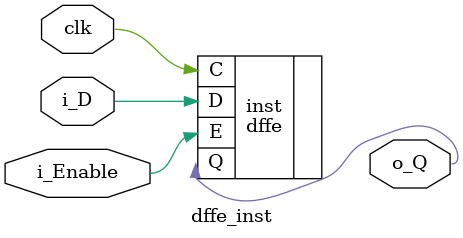
<source format=v>
                                   

`timescale 1ns / 1ps

module dffe_inst (
	input clk, //clock
	input i_Enable, //enable signal
	input i_D, //input to flop
	output o_Q  //output from flop
	);

//
// INSTANTIATIONS
//
	dffe inst(
		.D(i_D),
		.E(i_Enable),
		.C(clk),
		.Q(o_Q)
		);

endmodule
</source>
